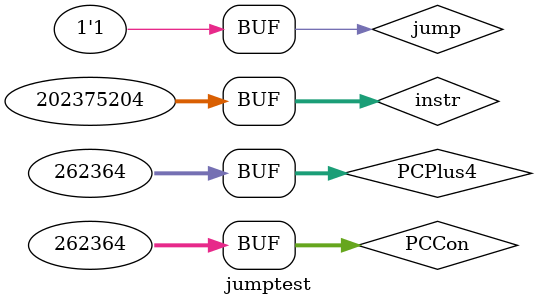
<source format=v>
module jump(
	input [31:0]instr,
	input [31:0]PCPlus4,
	input [31:0]PCCon,
	input jump,
	output [31:0] PC
	);
	reg [3:0] PCHigh;
	reg [27:0] PCLow;
	reg [31:0] PCNew;
	mux mux(PCCon,PCNew,jump,PC);
	always @(*) begin
		//$monitor("%x,%x,%x",PCHigh, PCLow, PCNew);
		PCHigh = PCPlus4[31:28];
		PCLow = instr[25:0];
		PCLow = PCLow << 2;
		PCNew = {PCHigh,PCLow};
	end
endmodule

module jumptest();
	reg [31:0] instr = 31'h0c100024;
	reg [31:0] PCPlus4 = 31'h400dc;
	reg [31:0] PCCon = 31'h400dc;
	wire [31:0] PC;
	reg jump = 1;
	jump j(instr,PCPlus4,PCCon,jump,PC);
	initial begin
		//$monitor(PC);
	end
endmodule
</source>
